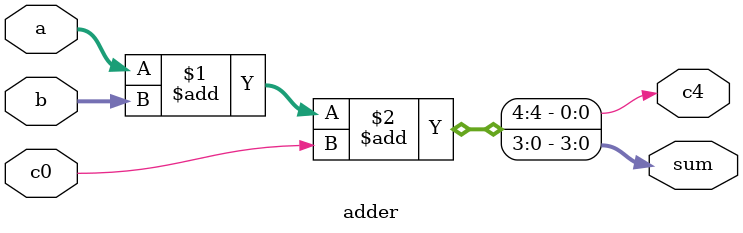
<source format=v>
`timescale 1ns / 1ps


module adder(a,b,c0,c4,sum);  
 
	input [3:0] a,b;   //a£¬bÎª4Î»ÊäÈë
	input c0;   //c0Îª½øÎ»ÊäÈë
	
	output c4; 
	output [3:0] sum;
 
	assign {c4,sum} = a+b+c0;   //a+b+c0 ¼Ó·¨²Ù×÷
	//Ê¹ÓÃÆ´½ÓÔËËã·û½«c4¡¢sumÆ´½Ó£¬sumÈ¡½á¹ûÖÐµÄµÍËÄÎ»
 
endmodule

</source>
